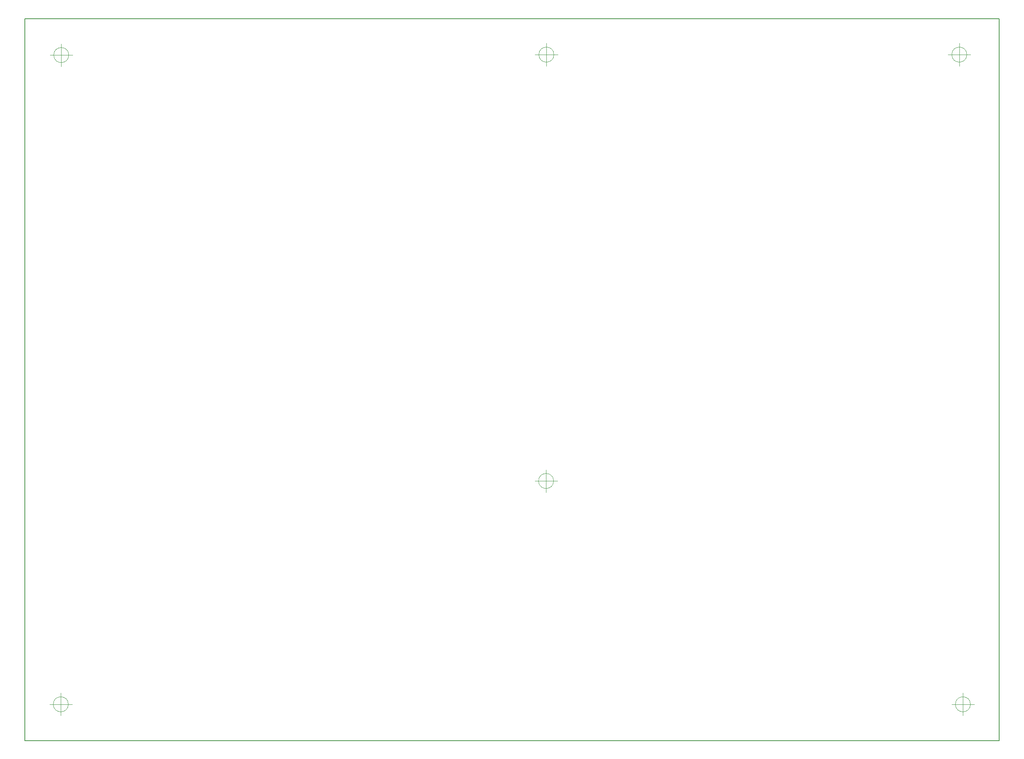
<source format=gbr>
%TF.GenerationSoftware,KiCad,Pcbnew,6.0.5-2.fc34*%
%TF.CreationDate,2022-08-15T03:45:27+03:00*%
%TF.ProjectId,spartan3,73706172-7461-46e3-932e-6b696361645f,rev?*%
%TF.SameCoordinates,Original*%
%TF.FileFunction,Profile,NP*%
%FSLAX46Y46*%
G04 Gerber Fmt 4.6, Leading zero omitted, Abs format (unit mm)*
G04 Created by KiCad (PCBNEW 6.0.5-2.fc34) date 2022-08-15 03:45:27*
%MOMM*%
%LPD*%
G01*
G04 APERTURE LIST*
%TA.AperFunction,Profile*%
%ADD10C,0.200000*%
%TD*%
%TA.AperFunction,Profile*%
%ADD11C,0.100000*%
%TD*%
G04 APERTURE END LIST*
D10*
X0Y0D02*
X215900000Y0D01*
X215900000Y0D02*
X215900000Y-160020000D01*
X215900000Y-160020000D02*
X0Y-160020000D01*
X0Y-160020000D02*
X0Y0D01*
D11*
X209536666Y-152000000D02*
G75*
G03*
X209536666Y-152000000I-1666666J0D01*
G01*
X205370000Y-152000000D02*
X210370000Y-152000000D01*
X207870000Y-149500000D02*
X207870000Y-154500000D01*
X117236666Y-8000000D02*
G75*
G03*
X117236666Y-8000000I-1666666J0D01*
G01*
X113070000Y-8000000D02*
X118070000Y-8000000D01*
X115570000Y-5500000D02*
X115570000Y-10500000D01*
X208736666Y-8000000D02*
G75*
G03*
X208736666Y-8000000I-1666666J0D01*
G01*
X204570000Y-8000000D02*
X209570000Y-8000000D01*
X207070000Y-5500000D02*
X207070000Y-10500000D01*
X9736666Y-8100000D02*
G75*
G03*
X9736666Y-8100000I-1666666J0D01*
G01*
X5570000Y-8100000D02*
X10570000Y-8100000D01*
X8070000Y-5600000D02*
X8070000Y-10600000D01*
X117166666Y-102500000D02*
G75*
G03*
X117166666Y-102500000I-1666666J0D01*
G01*
X113000000Y-102500000D02*
X118000000Y-102500000D01*
X115500000Y-100000000D02*
X115500000Y-105000000D01*
X9636666Y-152000000D02*
G75*
G03*
X9636666Y-152000000I-1666666J0D01*
G01*
X5470000Y-152000000D02*
X10470000Y-152000000D01*
X7970000Y-149500000D02*
X7970000Y-154500000D01*
M02*

</source>
